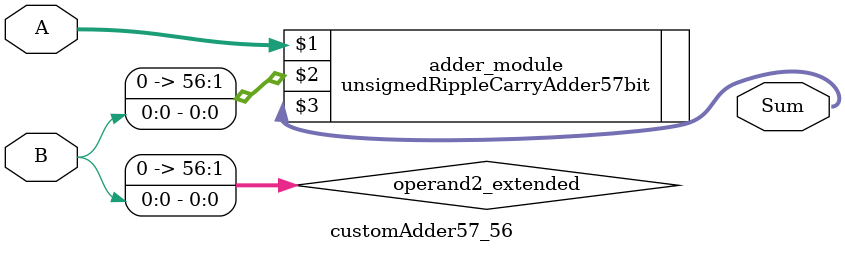
<source format=v>
module customAdder57_56(
                        input [56 : 0] A,
                        input [0 : 0] B,
                        
                        output [57 : 0] Sum
                );

        wire [56 : 0] operand2_extended;
        
        assign operand2_extended =  {56'b0, B};
        
        unsignedRippleCarryAdder57bit adder_module(
            A,
            operand2_extended,
            Sum
        );
        
        endmodule
        
</source>
